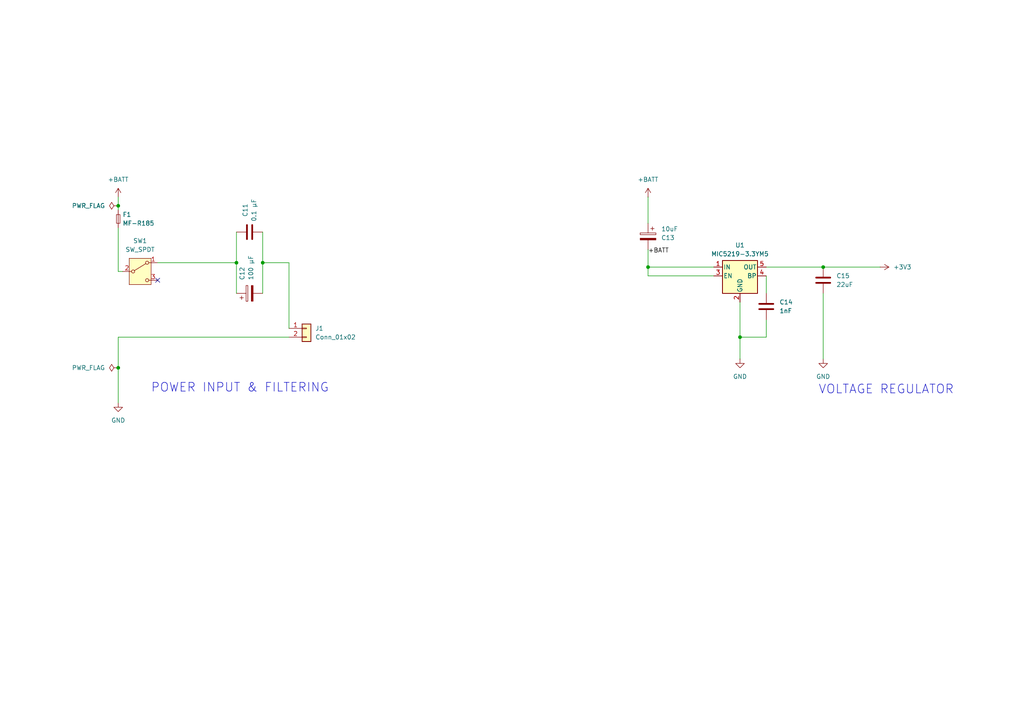
<source format=kicad_sch>
(kicad_sch (version 20250114) (generator "eeschema") (generator_version "9.0")
  (paper "A4")
  (lib_symbols
    (symbol "Connector_Generic:Conn_01x02" (pin_names (offset 1.016) (hide yes))
      (property "Reference" "J" (at 0 2.54 0))
      (property "Value" "Conn_01x02" (at 0 -5.08 0))
      (symbol "Conn_01x02_1_1"
        (rectangle (start -1.27 1.27) (end 1.27 -3.81) (stroke (width 0.254)) (fill (type background)))
        (rectangle (start -1.27 0.127) (end 0 -0.127) (stroke (width 0.1524)))
        (rectangle (start -1.27 -2.413) (end 0 -2.667) (stroke (width 0.1524)))
        (pin passive line (at -5.08 0 0) (length 3.81) (name "Pin_1") (number "1"))
        (pin passive line (at -5.08 -2.54 0) (length 3.81) (name "Pin_2") (number "2"))
      )
    )
    (symbol "Device:C" (pin_numbers (hide yes)) (pin_names (offset 0.254))
      (property "Reference" "C" (at 0.635 2.54 0))
      (property "Value" "C" (at 0.635 -2.54 0))
      (symbol "C_0_1"
        (polyline (pts (xy -2.032 0.762) (xy 2.032 0.762)) (stroke (width 0.508)))
        (polyline (pts (xy -2.032 -0.762) (xy 2.032 -0.762)) (stroke (width 0.508)))
      )
      (symbol "C_1_1"
        (pin passive line (at 0 3.81 270) (length 2.794) (name "~") (number "1"))
        (pin passive line (at 0 -3.81 90) (length 2.794) (name "~") (number "2"))
      )
    )
    (symbol "Device:C_Polarized" (pin_numbers (hide yes)) (pin_names (offset 0.254))
      (property "Reference" "C" (at 0.635 2.54 0))
      (property "Value" "C_Polarized" (at 0.635 -2.54 0))
      (symbol "C_Polarized_0_1"
        (rectangle (start -2.286 0.508) (end 2.286 1.016))
        (polyline (pts (xy -1.778 2.286) (xy -0.762 2.286)))
        (polyline (pts (xy -1.27 2.794) (xy -1.27 1.778)))
        (rectangle (start 2.286 -0.508) (end -2.286 -1.016) (fill (type outline)))
      )
      (symbol "C_Polarized_1_1"
        (pin passive line (at 0 3.81 270) (length 2.794) (name "~") (number "1"))
        (pin passive line (at 0 -3.81 90) (length 2.794) (name "~") (number "2"))
      )
    )
    (symbol "Device:Fuse_Small" (pin_numbers (hide yes)) (pin_names (offset 0.254) (hide yes))
      (property "Reference" "F" (at 0 -1.524 0))
      (property "Value" "Fuse_Small" (at 0 1.524 0))
      (symbol "Fuse_Small_0_1"
        (rectangle (start -1.27 0.508) (end 1.27 -0.508))
        (polyline (pts (xy -1.27 0) (xy 1.27 0)))
      )
      (symbol "Fuse_Small_1_1"
        (pin passive line (at -2.54 0 0) (length 1.27) (name "~") (number "1"))
        (pin passive line (at 2.54 0 180) (length 1.27) (name "~") (number "2"))
      )
    )
    (symbol "Regulator_Linear:MIC5219-3.3YM5" (pin_names (offset 0.254))
      (property "Reference" "U" (at -3.81 5.715 0))
      (property "Value" "MIC5219-3.3YM5" (at 0 5.715 0))
      (symbol "MIC5219-3.3YM5_0_1"
        (rectangle (start -5.08 4.445) (end 5.08 -5.08) (stroke (width 0.254)) (fill (type background)))
      )
      (symbol "MIC5219-3.3YM5_1_1"
        (pin power_in line (at -7.62 2.54 0) (length 2.54) (name "IN") (number "1"))
        (pin input line (at -7.62 0 0) (length 2.54) (name "EN") (number "3"))
        (pin power_in line (at 0 -7.62 90) (length 2.54) (name "GND") (number "2"))
        (pin power_out line (at 7.62 2.54 180) (length 2.54) (name "OUT") (number "5"))
        (pin input line (at 7.62 0 180) (length 2.54) (name "BP") (number "4"))
      )
    )
    (symbol "Switch:SW_SPDT" (pin_names (offset 0) (hide yes))
      (property "Reference" "SW" (at 0 5.08 0))
      (property "Value" "SW_SPDT" (at 0 -5.08 0))
      (symbol "SW_SPDT_0_1"
        (circle (center -2.032 0) (radius 0.4572))
        (polyline (pts (xy -1.651 0.254) (xy 1.651 2.286)))
        (circle (center 2.032 2.54) (radius 0.4572))
        (circle (center 2.032 -2.54) (radius 0.4572))
      )
      (symbol "SW_SPDT_1_1"
        (rectangle (start -3.175 3.81) (end 3.175 -3.81) (fill (type background)))
        (pin passive line (at -5.08 0 0) (length 2.54) (name "B") (number "2"))
        (pin passive line (at 5.08 2.54 180) (length 2.54) (name "A") (number "1"))
        (pin passive line (at 5.08 -2.54 180) (length 2.54) (name "C") (number "3"))
      )
    )
    (symbol "power:+3V3" (power) (pin_numbers (hide yes)) (pin_names (offset 0) (hide yes))
      (property "Value" "+3V3" (at 0 3.556 0))
      (symbol "+3V3_0_1"
        (polyline (pts (xy -0.762 1.27) (xy 0 2.54)))
        (polyline (pts (xy 0 2.54) (xy 0.762 1.27)))
        (polyline (pts (xy 0 0) (xy 0 2.54)))
      )
      (symbol "+3V3_1_1"
        (pin power_in line (at 0 0 90) (length 0) (name "~") (number "1"))
      )
    )
    (symbol "power:+BATT" (power) (pin_numbers (hide yes)) (pin_names (offset 0) (hide yes))
      (property "Value" "+BATT" (at 0 3.556 0))
      (symbol "+BATT_0_1"
        (polyline (pts (xy -0.762 1.27) (xy 0 2.54)))
        (polyline (pts (xy 0 2.54) (xy 0.762 1.27)))
        (polyline (pts (xy 0 0) (xy 0 2.54)))
      )
      (symbol "+BATT_1_1"
        (pin power_in line (at 0 0 90) (length 0) (name "~") (number "1"))
      )
    )
    (symbol "power:GND" (power) (pin_numbers (hide yes)) (pin_names (offset 0) (hide yes))
      (property "Value" "GND" (at 0 -3.81 0))
      (symbol "GND_0_1"
        (polyline (pts (xy 0 0) (xy 0 -1.27) (xy 1.27 -1.27) (xy 0 -2.54) (xy -1.27 -1.27) (xy 0 -1.27)))
      )
      (symbol "GND_1_1"
        (pin power_in line (at 0 0 270) (length 0) (name "~") (number "1"))
      )
    )
    (symbol "power:PWR_FLAG" (power) (pin_numbers (hide yes)) (pin_names (offset 0) (hide yes))
      (property "Value" "PWR_FLAG" (at 0 3.81 0))
      (symbol "PWR_FLAG_0_0"
        (pin power_out line (at 0 0 90) (length 0) (name "~") (number "1"))
      )
      (symbol "PWR_FLAG_0_1"
        (polyline (pts (xy 0 0) (xy 0 1.27) (xy -1.016 1.905) (xy 0 2.54) (xy 1.016 1.905) (xy 0 1.27)))
      )
    )
  )
  (text "POWER INPUT & FILTERING" (at 69.596 112.522 0) (effects (font (size 2.54 2.54))))
  (text "VOLTAGE REGULATOR" (at 257.048 113.03 0) (effects (font (size 2.54 2.54))))
  (junction (at 68.58 76.2))
  (junction (at 34.29 59.69))
  (junction (at 76.2 76.2))
  (junction (at 214.63 97.79))
  (junction (at 187.96 77.47))
  (junction (at 238.76 77.47))
  (junction (at 34.29 106.68))
  (no_connect (at 45.72 81.28))
  (wire (pts (xy 187.96 72.39) (xy 187.96 77.47)))
  (wire (pts (xy 76.2 67.31) (xy 76.2 76.2)))
  (wire (pts (xy 238.76 85.09) (xy 238.76 104.14)))
  (wire (pts (xy 187.96 57.15) (xy 187.96 64.77)))
  (wire (pts (xy 34.29 97.79) (xy 83.82 97.79)))
  (wire (pts (xy 222.25 92.71) (xy 222.25 97.79)))
  (wire (pts (xy 34.29 106.68) (xy 34.29 116.84)))
  (wire (pts (xy 76.2 76.2) (xy 83.82 76.2)))
  (wire (pts (xy 214.63 87.63) (xy 214.63 97.79)))
  (wire (pts (xy 45.72 76.2) (xy 68.58 76.2)))
  (wire (pts (xy 187.96 80.01) (xy 187.96 77.47)))
  (wire (pts (xy 34.29 66.04) (xy 34.29 78.74)))
  (wire (pts (xy 187.96 77.47) (xy 207.01 77.47)))
  (wire (pts (xy 68.58 76.2) (xy 68.58 67.31)))
  (wire (pts (xy 34.29 97.79) (xy 34.29 106.68)))
  (wire (pts (xy 68.58 85.09) (xy 68.58 76.2)))
  (wire (pts (xy 222.25 80.01) (xy 222.25 85.09)))
  (wire (pts (xy 238.76 77.47) (xy 255.27 77.47)))
  (wire (pts (xy 222.25 97.79) (xy 214.63 97.79)))
  (wire (pts (xy 222.25 77.47) (xy 238.76 77.47)))
  (wire (pts (xy 76.2 76.2) (xy 76.2 85.09)))
  (wire (pts (xy 34.29 59.69) (xy 34.29 60.96)))
  (wire (pts (xy 207.01 80.01) (xy 187.96 80.01)))
  (wire (pts (xy 214.63 97.79) (xy 214.63 104.14)))
  (wire (pts (xy 83.82 76.2) (xy 83.82 95.25)))
  (wire (pts (xy 34.29 78.74) (xy 35.56 78.74)))
  (wire (pts (xy 34.29 57.15) (xy 34.29 59.69)))
  (label "+BATT" (at 187.96 73.66 0))
  (symbol (lib_id "power:GND") (at 238.76 104.14 0) (unit 1)
    (property "Reference" "#PWR" (effects (hide yes)))
    (property "Value" "GND" (at 238.76 109.22 0))
    (property "Description" "Power symbol creates a global label with name \"GND\" , ground" (effects (hide yes)))
    (instances (project "Micromouse" (path "" (reference "#PWR0124") (unit 1))) (project "Power" (path "" (reference "#PWR?") (unit 1))))
  )
  (symbol (lib_id "Device:C_Polarized") (at 187.96 68.58 0) (mirror y) (unit 1)
    (property "Reference" "C3" (at 191.77 68.9611 0) (effects (justify right)))
    (property "Value" "10uF" (at 191.77 66.4211 0) (effects (justify right)))
    (property "Footprint" "Capacitor_THT:CP_Radial_D5.0mm_P2.50mm" (effects (hide yes)))
    (property "Datasheet" "kicad-embed://ECA-xxM Series,TypeA.pdf" (effects (hide yes)))
    (property "Description" "Polarized capacitor" (effects (hide yes)))
    (instances (project "Micromouse" (path "" (reference "C13") (unit 1))) (project "Power" (path "" (reference "C?") (unit 1)) (path "" (reference "C3") (unit 1))))
  )
  (symbol (lib_id "power:+BATT") (at 187.96 57.15 0) (unit 1)
    (property "Reference" "#PWR" (effects (hide yes)))
    (property "Value" "+BATT" (at 187.96 52.07 0))
    (property "Description" "Power symbol creates a global label with name \"+BATT\"" (effects (hide yes)))
    (instances (project "Micromouse" (path "" (reference "#PWR05") (unit 1))) (project "Power" (path "" (reference "#PWR?") (unit 1))))
  )
  (symbol (lib_id "Switch:SW_SPDT") (at 40.64 78.74 0) (unit 1)
    (property "Reference" "SW1" (at 40.64 69.85 0))
    (property "Value" "SW_SPDT" (at 40.64 72.39 0))
    (property "Footprint" "Button_Switch_THT:SW_Slide-03_Wuerth-WS-SLTV_10x2.5x6.4_P2.54mm" (effects (hide yes)))
    (property "Datasheet" "kicad-embed://450301014042 datasheet.pdf" (effects (hide yes)))
    (property "Description" "Switch, single pole double throw" (effects (hide yes)))
    (instances (project "Micromouse" (path "" (reference "SW1") (unit 1))) (project "Power" (path "" (reference "SW?") (unit 1)) (path "" (reference "SW1") (unit 1))))
  )
  (symbol (lib_id "Connector_Generic:Conn_01x02") (at 88.9 95.25 0) (unit 1)
    (property "Reference" "J1" (at 91.44 95.2499 0) (effects (justify left)))
    (property "Value" "Conn_01x02" (at 91.44 97.7899 0) (effects (justify left)))
    (property "Footprint" "Connector_JST:JST_PH_S2B-PH-K_1x02_P2.00mm_Horizontal" (effects (hide yes)))
    (property "Datasheet" "kicad-embed://ePH.pdf" (effects (hide yes)))
    (property "Description" "Generic connector, single row, 01x02, script generated (kicad-library-utils/schlib/autogen/connector/)" (effects (hide yes)))
    (instances (project "Micromouse" (path "" (reference "J1") (unit 1))) (project "Power" (path "" (reference "J?") (unit 1)) (path "" (reference "J1") (unit 1))))
  )
  (symbol (lib_id "power:+BATT") (at 34.29 57.15 0) (unit 1)
    (property "Reference" "#PWR" (effects (hide yes)))
    (property "Value" "+BATT" (at 34.29 52.07 0))
    (property "Description" "Power symbol creates a global label with name \"+BATT\"" (effects (hide yes)))
    (instances (project "Micromouse" (path "" (reference "#PWR0129") (unit 1))) (project "Power" (path "" (reference "#PWR?") (unit 1))))
  )
  (symbol (lib_id "Device:C") (at 222.25 88.9 0) (unit 1)
    (property "Reference" "C4" (at 226.06 87.6299 0) (effects (justify left)))
    (property "Value" "1nF" (at 226.06 90.1699 0) (effects (justify left)))
    (property "Footprint" "Capacitor_SMD:C_0603_1608Metric" (effects (hide yes)))
    (property "Datasheet" "kicad-embed://KEM_C1002_X7R_SMD.pdf" (effects (hide yes)))
    (property "Description" "Unpolarized capacitor" (effects (hide yes)))
    (instances (project "Micromouse" (path "" (reference "C14") (unit 1))) (project "Power" (path "" (reference "C?") (unit 1)) (path "" (reference "C4") (unit 1))))
  )
  (symbol (lib_id "Device:C") (at 72.39 67.31 90) (unit 1)
    (property "Reference" "C1" (at 71.12 60.96 0))
    (property "Value" "0.1 µF" (at 73.66 60.96 0))
    (property "Footprint" "Capacitor_SMD:C_0603_1608Metric" (effects (hide yes)))
    (property "Datasheet" "kicad-embed://CC0603KRX7R7BB104.pdf" (effects (hide yes)))
    (property "Description" "Unpolarized capacitor" (effects (hide yes)))
    (instances (project "Micromouse" (path "" (reference "C11") (unit 1))) (project "Power" (path "" (reference "C?") (unit 1)) (path "" (reference "C1") (unit 1))))
  )
  (symbol (lib_id "power:PWR_FLAG") (at 34.29 59.69 90) (unit 1)
    (property "Reference" "#FLG" (effects (hide yes)))
    (property "Value" "PWR_FLAG" (at 30.48 59.6899 90) (effects (justify left)))
    (property "Description" "Special symbol for telling ERC where power comes from" (effects (hide yes)))
    (instances (project "" (path "" (reference "#FLG01") (unit 1))) (project "Power" (path "" (reference "#FLG?") (unit 1))))
  )
  (symbol (lib_id "Device:C_Polarized") (at 72.39 85.09 90) (unit 1)
    (property "Reference" "C2" (at 70.2309 81.28 0) (effects (justify left)))
    (property "Value" "100 µF" (at 72.7709 81.28 0) (effects (justify left)))
    (property "Footprint" "Capacitor_THT:CP_Radial_D5.0mm_P2.00mm" (effects (hide yes)))
    (property "Datasheet" "kicad-embed://PX.pdf" (effects (hide yes)))
    (property "Description" "Polarized capacitor" (effects (hide yes)))
    (instances (project "Micromouse" (path "" (reference "C12") (unit 1))) (project "Power" (path "" (reference "C?") (unit 1)) (path "" (reference "C2") (unit 1))))
  )
  (symbol (lib_id "power:GND") (at 214.63 104.14 0) (unit 1)
    (property "Reference" "#PWR" (effects (hide yes)))
    (property "Value" "GND" (at 214.63 109.22 0))
    (property "Description" "Power symbol creates a global label with name \"GND\" , ground" (effects (hide yes)))
    (instances (project "Micromouse" (path "" (reference "#PWR0127") (unit 1))) (project "Power" (path "" (reference "#PWR?") (unit 1))))
  )
  (symbol (lib_id "Regulator_Linear:MIC5219-3.3YM5") (at 214.63 80.01 0) (unit 1)
    (property "Reference" "U1" (at 214.63 71.12 0))
    (property "Value" "MIC5219-3.3YM5" (at 214.63 73.66 0))
    (property "Footprint" "Package_TO_SOT_SMD:SOT-23-5" (effects (hide yes)))
    (property "Datasheet" "http://ww1.microchip.com/downloads/en/DeviceDoc/MIC5219-500mA-Peak-Output-LDO-Regulator-DS20006021A.pdf" (effects (hide yes)))
    (property "Description" "500mA low dropout linear regulator, fixed 3.3V output, SOT-23-5" (effects (hide yes)))
    (instances (project "Micromouse" (path "" (reference "U1") (unit 1))) (project "Power" (path "" (reference "U?") (unit 1)) (path "" (reference "U1") (unit 1))))
  )
  (symbol (lib_id "power:+3V3") (at 255.27 77.47 270) (unit 1)
    (property "Reference" "#PWR" (effects (hide yes)))
    (property "Value" "+3V3" (at 259.08 77.4699 90) (effects (justify left)))
    (property "Description" "Power symbol creates a global label with name \"+3V3\"" (effects (hide yes)))
    (instances (project "Micromouse" (path "" (reference "#PWR0125") (unit 1))) (project "Power" (path "" (reference "#PWR?") (unit 1))))
  )
  (symbol (lib_id "Device:C") (at 238.76 81.28 0) (unit 1)
    (property "Reference" "C5" (at 242.57 80.0099 0) (effects (justify left)))
    (property "Value" "22uF" (at 242.57 82.5499 0) (effects (justify left)))
    (property "Footprint" "Capacitor_Tantalum_SMD:CP_EIA-1608-08_AVX-J" (effects (hide yes)))
    (property "Datasheet" "kicad-embed://TAC.pdf" (effects (hide yes)))
    (property "Description" "Unpolarized capacitor" (effects (hide yes)))
    (instances (project "" (path "" (reference "C15") (unit 1))) (project "Power" (path "" (reference "C?") (unit 1)) (path "" (reference "C5") (unit 1))))
  )
  (symbol (lib_id "power:PWR_FLAG") (at 34.29 106.68 90) (unit 1)
    (property "Reference" "#FLG" (effects (hide yes)))
    (property "Value" "PWR_FLAG" (at 30.48 106.6799 90) (effects (justify left)))
    (property "Description" "Special symbol for telling ERC where power comes from" (effects (hide yes)))
    (instances (project "" (path "" (reference "#FLG02") (unit 1))) (project "Power" (path "" (reference "#FLG?") (unit 1))))
  )
  (symbol (lib_id "Device:Fuse_Small") (at 34.29 63.5 90) (unit 1)
    (property "Reference" "F1" (at 35.56 62.2299 90) (effects (justify right)))
    (property "Value" "MF-R185" (at 35.56 64.7699 90) (effects (justify right)))
    (property "Footprint" "Fuse:Fuse_Bourns_MF-R185" (effects (hide yes)))
    (property "Datasheet" "kicad-embed://mf-r datasheet.pdf" (effects (hide yes)))
    (property "Description" "Fuse, small symbol" (effects (hide yes)))
    (instances (project "Micromouse" (path "" (reference "F1") (unit 1))) (project "Power" (path "" (reference "F?") (unit 1)) (path "" (reference "F1") (unit 1))))
  )
  (symbol (lib_id "power:GND") (at 34.29 116.84 0) (unit 1)
    (property "Reference" "#PWR" (effects (hide yes)))
    (property "Value" "GND" (at 34.29 121.92 0))
    (property "Description" "Power symbol creates a global label with name \"GND\" , ground" (effects (hide yes)))
    (instances (project "Micromouse" (path "" (reference "#PWR0128") (unit 1))) (project "Power" (path "" (reference "#PWR?") (unit 1))))
  )
)
</source>
